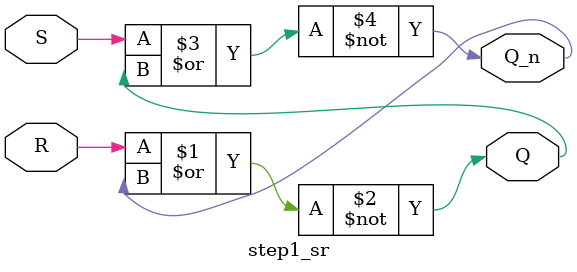
<source format=v>
`timescale 1ns / 1ps

module step1_sr(
input   S,R,
output  Q,Q_n);
assign  Q   = ~(R | Q_n);
assign  Q_n = ~(S | Q);
endmodule

</source>
